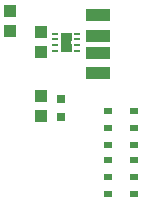
<source format=gbr>
G04 EAGLE Gerber RS-274X export*
G75*
%MOMM*%
%FSLAX34Y34*%
%LPD*%
%INSolderpaste Top*%
%IPPOS*%
%AMOC8*
5,1,8,0,0,1.08239X$1,22.5*%
G01*
%ADD10R,0.800000X0.800000*%
%ADD11R,1.100000X1.000000*%
%ADD12R,0.500000X0.250000*%
%ADD13R,0.900000X1.600000*%
%ADD14R,1.000000X1.100000*%
%ADD15R,0.800000X0.500000*%

G36*
X-184897Y155657D02*
X-184897Y155657D01*
X-184890Y155656D01*
X-184795Y155665D01*
X-184784Y155671D01*
X-184770Y155670D01*
X-184678Y155698D01*
X-184669Y155706D01*
X-184655Y155707D01*
X-184571Y155753D01*
X-184563Y155762D01*
X-184550Y155766D01*
X-184476Y155827D01*
X-184470Y155838D01*
X-184458Y155845D01*
X-184398Y155919D01*
X-184394Y155931D01*
X-184384Y155939D01*
X-184339Y156024D01*
X-184337Y156036D01*
X-184329Y156047D01*
X-184301Y156139D01*
X-184302Y156151D01*
X-184296Y156163D01*
X-184287Y156259D01*
X-184289Y156265D01*
X-184286Y156271D01*
X-184286Y162291D01*
X-184289Y162297D01*
X-184287Y162304D01*
X-184296Y162399D01*
X-184302Y162410D01*
X-184301Y162423D01*
X-184329Y162515D01*
X-184337Y162525D01*
X-184338Y162538D01*
X-184384Y162623D01*
X-184393Y162631D01*
X-184398Y162644D01*
X-184458Y162718D01*
X-184469Y162723D01*
X-184476Y162735D01*
X-184550Y162796D01*
X-184562Y162800D01*
X-184571Y162810D01*
X-184655Y162855D01*
X-184668Y162856D01*
X-184678Y162865D01*
X-184770Y162893D01*
X-184782Y162891D01*
X-184795Y162897D01*
X-184890Y162907D01*
X-184896Y162905D01*
X-184903Y162907D01*
X-192922Y162907D01*
X-192928Y162905D01*
X-192935Y162907D01*
X-193030Y162897D01*
X-193041Y162892D01*
X-193055Y162893D01*
X-193147Y162865D01*
X-193156Y162857D01*
X-193170Y162855D01*
X-193254Y162810D01*
X-193262Y162800D01*
X-193275Y162796D01*
X-193349Y162735D01*
X-193355Y162725D01*
X-193367Y162718D01*
X-193427Y162644D01*
X-193431Y162632D01*
X-193441Y162623D01*
X-193487Y162538D01*
X-193488Y162526D01*
X-193496Y162515D01*
X-193524Y162423D01*
X-193523Y162411D01*
X-193529Y162399D01*
X-193538Y162304D01*
X-193536Y162298D01*
X-193539Y162291D01*
X-193539Y156271D01*
X-193536Y156265D01*
X-193538Y156259D01*
X-193529Y156163D01*
X-193523Y156153D01*
X-193523Y156152D01*
X-193524Y156139D01*
X-193496Y156047D01*
X-193488Y156038D01*
X-193487Y156024D01*
X-193441Y155939D01*
X-193432Y155932D01*
X-193427Y155919D01*
X-193367Y155845D01*
X-193356Y155839D01*
X-193349Y155827D01*
X-193275Y155766D01*
X-193263Y155763D01*
X-193254Y155753D01*
X-193170Y155707D01*
X-193158Y155706D01*
X-193147Y155698D01*
X-193055Y155670D01*
X-193043Y155671D01*
X-193031Y155665D01*
X-192935Y155656D01*
X-192929Y155657D01*
X-192922Y155655D01*
X-184903Y155655D01*
X-184897Y155657D01*
G37*
G36*
X-184897Y146657D02*
X-184897Y146657D01*
X-184890Y146656D01*
X-184795Y146665D01*
X-184784Y146671D01*
X-184770Y146670D01*
X-184678Y146698D01*
X-184669Y146706D01*
X-184655Y146707D01*
X-184571Y146753D01*
X-184563Y146762D01*
X-184550Y146766D01*
X-184476Y146827D01*
X-184470Y146838D01*
X-184458Y146845D01*
X-184398Y146919D01*
X-184394Y146931D01*
X-184384Y146939D01*
X-184339Y147024D01*
X-184337Y147036D01*
X-184329Y147047D01*
X-184301Y147139D01*
X-184302Y147151D01*
X-184296Y147163D01*
X-184287Y147259D01*
X-184289Y147265D01*
X-184286Y147271D01*
X-184286Y153291D01*
X-184289Y153297D01*
X-184287Y153304D01*
X-184296Y153399D01*
X-184302Y153410D01*
X-184301Y153424D01*
X-184329Y153515D01*
X-184337Y153525D01*
X-184339Y153538D01*
X-184384Y153623D01*
X-184393Y153631D01*
X-184398Y153644D01*
X-184458Y153718D01*
X-184469Y153723D01*
X-184476Y153735D01*
X-184550Y153796D01*
X-184562Y153800D01*
X-184571Y153810D01*
X-184655Y153855D01*
X-184668Y153856D01*
X-184678Y153865D01*
X-184770Y153893D01*
X-184782Y153891D01*
X-184795Y153898D01*
X-184890Y153907D01*
X-184896Y153905D01*
X-184902Y153907D01*
X-192923Y153907D01*
X-192928Y153905D01*
X-192935Y153907D01*
X-193030Y153898D01*
X-193041Y153892D01*
X-193055Y153893D01*
X-193147Y153865D01*
X-193156Y153857D01*
X-193170Y153855D01*
X-193254Y153810D01*
X-193262Y153800D01*
X-193275Y153796D01*
X-193349Y153735D01*
X-193355Y153724D01*
X-193367Y153718D01*
X-193427Y153644D01*
X-193431Y153632D01*
X-193441Y153623D01*
X-193487Y153538D01*
X-193488Y153526D01*
X-193496Y153515D01*
X-193524Y153424D01*
X-193523Y153411D01*
X-193529Y153399D01*
X-193538Y153304D01*
X-193536Y153298D01*
X-193539Y153291D01*
X-193539Y147271D01*
X-193536Y147266D01*
X-193538Y147259D01*
X-193529Y147163D01*
X-193523Y147153D01*
X-193523Y147152D01*
X-193524Y147139D01*
X-193496Y147047D01*
X-193488Y147038D01*
X-193487Y147024D01*
X-193441Y146939D01*
X-193432Y146932D01*
X-193427Y146919D01*
X-193367Y146845D01*
X-193356Y146839D01*
X-193349Y146827D01*
X-193275Y146766D01*
X-193263Y146763D01*
X-193254Y146753D01*
X-193170Y146707D01*
X-193157Y146706D01*
X-193147Y146698D01*
X-193055Y146670D01*
X-193043Y146671D01*
X-193030Y146665D01*
X-192935Y146656D01*
X-192929Y146657D01*
X-192922Y146655D01*
X-184903Y146655D01*
X-184897Y146657D01*
G37*
D10*
X-193675Y106719D03*
X-193675Y91719D03*
D11*
X-210344Y92306D03*
X-210344Y109306D03*
X-236569Y164379D03*
X-236569Y181379D03*
D12*
X-198413Y162281D03*
X-198413Y157281D03*
X-198413Y152281D03*
X-198413Y147281D03*
X-179413Y147281D03*
X-179413Y152281D03*
X-179413Y157281D03*
X-179413Y162281D03*
D13*
X-188913Y154781D03*
D14*
X-166688Y160569D03*
X-166688Y177569D03*
X-157163Y160569D03*
X-157163Y177569D03*
X-166688Y145819D03*
X-166688Y128819D03*
X-157163Y145819D03*
X-157163Y128819D03*
X-210344Y146281D03*
X-210344Y163281D03*
D15*
X-153875Y68263D03*
X-131875Y68263D03*
X-153875Y96838D03*
X-131875Y96838D03*
X-153875Y26194D03*
X-131875Y26194D03*
X-153875Y54769D03*
X-131875Y54769D03*
X-153875Y82550D03*
X-131875Y82550D03*
X-153875Y40481D03*
X-131875Y40481D03*
M02*

</source>
